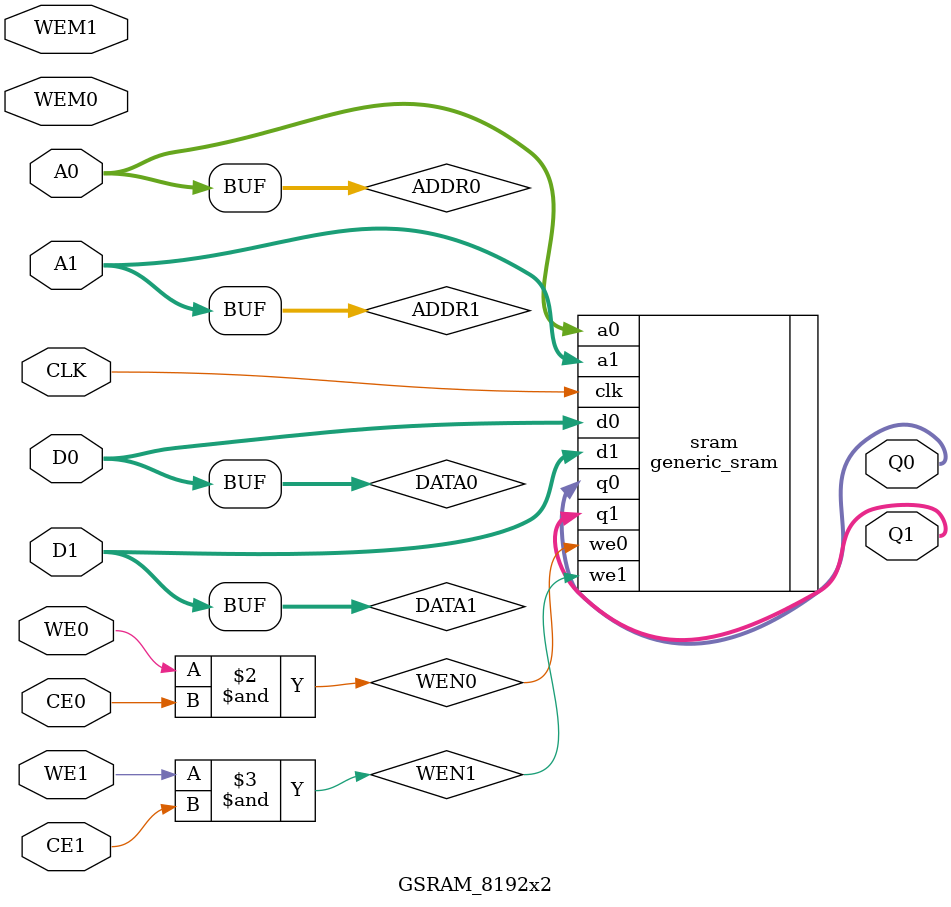
<source format=v>
`timescale 1 ps / 1 ps
module GSRAM_8192x2( CLK, A0, D0, Q0, WE0, WEM0, CE0, A1, D1, Q1, WE1, WEM1, CE1 );

    input CLK;
    input [12:0] A0;
    input [1:0] D0;
    output [1:0] Q0;
    input WE0;
    input [1:0] WEM0;
    input CE0;
    input [12:0] A1;
    input [1:0] D1;
    output [1:0] Q1;
    input WE1;
    input [1:0] WEM1;
    input CE1;

    reg [12:0]  ADDR0;
    reg [12:0]  ADDR1;
    reg WEN0;
    reg WEN1;
    reg [1:0] DATA0;
    reg [1:0] DATA1;

    always @(*) begin
	#5
	ADDR0 = A0;
	ADDR1 = A1;
	WEN0 = WE0 & CE0;
	WEN1 = WE1 & CE1;
	DATA0 = D0;
	DATA1 = D1;
    end
  
    // generic SRAM for comp-kernel-only synthesis
    generic_sram
        #(
          .abits(13),
          .dbits(2)
         )
    sram
        (
         .clk(CLK),
         .a0(ADDR0),
         .a1(ADDR1),
         .d0(DATA0),
         .d1(DATA1),
         .q0(Q0),
         .q1(Q1),
         .we0(WEN0),
         .we1(WEN1)
        );

endmodule

</source>
